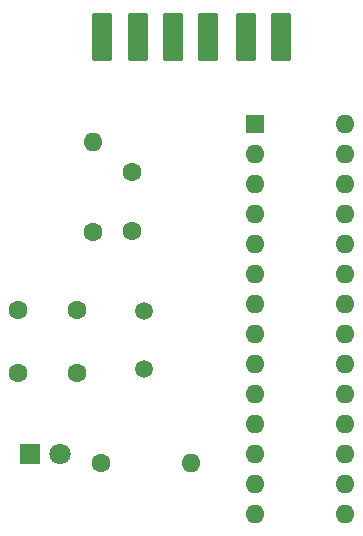
<source format=gbr>
%TF.GenerationSoftware,KiCad,Pcbnew,(6.0.7-1)-1*%
%TF.CreationDate,2022-08-05T12:38:32-05:00*%
%TF.ProjectId,Adafruit NeoPixel 8 Stick,41646166-7275-4697-9420-4e656f506978,rev?*%
%TF.SameCoordinates,Original*%
%TF.FileFunction,Soldermask,Bot*%
%TF.FilePolarity,Negative*%
%FSLAX46Y46*%
G04 Gerber Fmt 4.6, Leading zero omitted, Abs format (unit mm)*
G04 Created by KiCad (PCBNEW (6.0.7-1)-1) date 2022-08-05 12:38:32*
%MOMM*%
%LPD*%
G01*
G04 APERTURE LIST*
G04 Aperture macros list*
%AMRoundRect*
0 Rectangle with rounded corners*
0 $1 Rounding radius*
0 $2 $3 $4 $5 $6 $7 $8 $9 X,Y pos of 4 corners*
0 Add a 4 corners polygon primitive as box body*
4,1,4,$2,$3,$4,$5,$6,$7,$8,$9,$2,$3,0*
0 Add four circle primitives for the rounded corners*
1,1,$1+$1,$2,$3*
1,1,$1+$1,$4,$5*
1,1,$1+$1,$6,$7*
1,1,$1+$1,$8,$9*
0 Add four rect primitives between the rounded corners*
20,1,$1+$1,$2,$3,$4,$5,0*
20,1,$1+$1,$4,$5,$6,$7,0*
20,1,$1+$1,$6,$7,$8,$9,0*
20,1,$1+$1,$8,$9,$2,$3,0*%
G04 Aperture macros list end*
%ADD10C,1.500000*%
%ADD11C,1.600000*%
%ADD12R,1.800000X1.800000*%
%ADD13C,1.800000*%
%ADD14R,1.600000X1.600000*%
%ADD15O,1.600000X1.600000*%
%ADD16RoundRect,0.101600X0.750000X1.900000X-0.750000X1.900000X-0.750000X-1.900000X0.750000X-1.900000X0*%
G04 APERTURE END LIST*
D10*
%TO.C,Y1*%
X135382000Y-121830000D03*
X135382000Y-116950000D03*
%TD*%
D11*
%TO.C,C2*%
X124754000Y-122174000D03*
X129754000Y-122174000D03*
%TD*%
D12*
%TO.C,D1*%
X125730000Y-129032000D03*
D13*
X128270000Y-129032000D03*
%TD*%
D14*
%TO.C,U1*%
X144790000Y-101102000D03*
D15*
X144790000Y-103642000D03*
X144790000Y-106182000D03*
X144790000Y-108722000D03*
X144790000Y-111262000D03*
X144790000Y-113802000D03*
X144790000Y-116342000D03*
X144790000Y-118882000D03*
X144790000Y-121422000D03*
X144790000Y-123962000D03*
X144790000Y-126502000D03*
X144790000Y-129042000D03*
X144790000Y-131582000D03*
X144790000Y-134122000D03*
X152410000Y-134122000D03*
X152410000Y-131582000D03*
X152410000Y-129042000D03*
X152410000Y-126502000D03*
X152410000Y-123962000D03*
X152410000Y-121422000D03*
X152410000Y-118882000D03*
X152410000Y-116342000D03*
X152410000Y-113802000D03*
X152410000Y-111262000D03*
X152410000Y-108722000D03*
X152410000Y-106182000D03*
X152410000Y-103642000D03*
X152410000Y-101102000D03*
%TD*%
D11*
%TO.C,C1*%
X134366000Y-110196000D03*
X134366000Y-105196000D03*
%TD*%
%TO.C,R2*%
X131774000Y-129782000D03*
D15*
X139394000Y-129782000D03*
%TD*%
D11*
%TO.C,C3*%
X124754000Y-116840000D03*
X129754000Y-116840000D03*
%TD*%
%TO.C,R1*%
X131064000Y-110236000D03*
D15*
X131064000Y-102616000D03*
%TD*%
D16*
%TO.C,CN2*%
X147034000Y-93726000D03*
X144034000Y-93726000D03*
X140874000Y-93726000D03*
X137874000Y-93726000D03*
X134874000Y-93726000D03*
X131874000Y-93726000D03*
%TD*%
M02*

</source>
